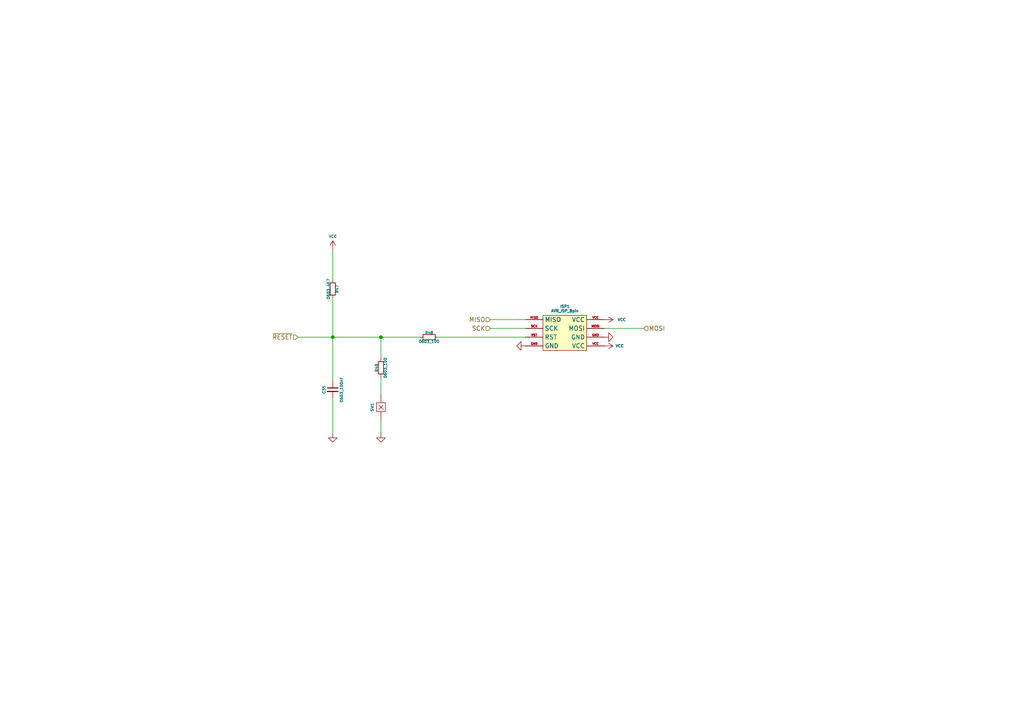
<source format=kicad_sch>
(kicad_sch (version 20231120) (generator "eeschema") (generator_version "8.0")
  (paper "A4")
  (lib_symbols
    (symbol "Capacitors:0603_100nF" (pin_numbers hide) (pin_names (offset 0.254) hide)
      (property "Reference" "C" (at -2.54 0 90))
      (property "Value" "0603_100nF" (at 2.54 0 90))
      (symbol "0603_100nF_0_1"
        (polyline (pts (xy -1.524 -0.508) (xy 1.524 -0.508)) (stroke (width 0.3302)))
        (polyline (pts (xy -1.524 0.508) (xy 1.524 0.508)) (stroke (width 0.3048)))
      )
      (symbol "0603_100nF_1_1"
        (pin passive line (at 0 2.54 270) (length 2.032) (name "~") (number "1"))
        (pin passive line (at 0 -2.54 90) (length 2.032) (name "~") (number "2"))
      )
    )
    (symbol "Commons:TS-1187A-B-A-B" (pin_numbers hide) (pin_names (offset 1.016) hide)
      (property "Reference" "SW" (at 0 2.54 0))
      (symbol "TS-1187A-B-A-B_0_1"
        (rectangle (start -1.27 1.27) (end 1.27 -1.27))
        (polyline (pts (xy -0.635 0.635) (xy 0.635 -0.635)))
        (polyline (pts (xy 0.635 0.635) (xy -0.635 -0.635)))
      )
      (symbol "TS-1187A-B-A-B_1_1"
        (pin passive line (at -3.81 0 0) (length 2.54) (name "~") (number "1"))
        (pin passive line (at 3.81 0 180) (length 2.54) (name "~") (number "2"))
      )
    )
    (symbol "Generic:AVR_ISP_8pin"
      (property "Reference" "ISP" (at 0 6.35 0))
      (property "Value" "AVR_ISP_8pin" (at 0 5.08 0))
      (symbol "AVR_ISP_8pin_0_1"
        (rectangle (start -6.35 3.81) (end 6.35 -6.35) (fill (type background)))
      )
      (symbol "AVR_ISP_8pin_1_1"
        (pin passive line (at -11.43 -5.08 0) (length 5.08) (name "GND") (number "GND"))
        (pin passive line (at 11.43 -2.54 180) (length 5.08) (name "GND") (number "GND"))
        (pin passive line (at -11.43 2.54 0) (length 5.08) (name "MISO") (number "MISO"))
        (pin passive line (at 11.43 0 180) (length 5.08) (name "MOSI") (number "MOSI"))
        (pin passive line (at -11.43 -2.54 0) (length 5.08) (name "RST") (number "RST"))
        (pin passive line (at -11.43 0 0) (length 5.08) (name "SCK") (number "SCK"))
        (pin passive line (at 11.43 -5.08 180) (length 5.08) (name "VCC") (number "VCC"))
        (pin passive line (at 11.43 2.54 180) (length 5.08) (name "VCC") (number "VCC"))
      )
    )
    (symbol "Resistors:0603_100" (pin_numbers hide) (pin_names (offset 0.254) hide)
      (property "Reference" "R" (at 0 1.27 0))
      (property "Value" "0603_100" (at 0 -1.27 0))
      (symbol "0603_100_0_1"
        (rectangle (start -1.778 0.762) (end 1.778 -0.762) (stroke (width 0.2032)))
      )
      (symbol "0603_100_1_1"
        (pin passive line (at -2.54 0 0) (length 0.762) (name "~") (number "1"))
        (pin passive line (at 2.54 0 180) (length 0.762) (name "~") (number "2"))
      )
    )
    (symbol "Resistors:0603_4K7" (pin_numbers hide) (pin_names (offset 0.254) hide)
      (property "Reference" "R" (at 0 1.27 0))
      (property "Value" "0603_4K7" (at 0 -1.27 0))
      (symbol "0603_4K7_0_1"
        (rectangle (start -1.778 0.762) (end 1.778 -0.762) (stroke (width 0.2032)))
      )
      (symbol "0603_4K7_1_1"
        (pin passive line (at -2.54 0 0) (length 0.762) (name "~") (number "1"))
        (pin passive line (at 2.54 0 180) (length 0.762) (name "~") (number "2"))
      )
    )
    (symbol "power:GND" (power) (pin_names (offset 0))
      (property "Value" "GND" (at 0 -3.81 0))
      (symbol "GND_0_1"
        (polyline (pts (xy 0 0) (xy 0 -1.27) (xy 1.27 -1.27) (xy 0 -2.54) (xy -1.27 -1.27) (xy 0 -1.27)))
      )
      (symbol "GND_1_1"
        (pin power_in line (at 0 0 270) (length 0) hide (name "GND") (number "1"))
      )
    )
    (symbol "power:VCC" (power) (pin_names (offset 0))
      (property "Value" "VCC" (at 0 3.81 0))
      (symbol "VCC_0_1"
        (polyline (pts (xy -0.762 1.27) (xy 0 2.54)))
        (polyline (pts (xy 0 0) (xy 0 2.54)))
        (polyline (pts (xy 0 2.54) (xy 0.762 1.27)))
      )
      (symbol "VCC_1_1"
        (pin power_in line (at 0 0 90) (length 0) hide (name "VCC") (number "1"))
      )
    )
  )
  (junction (at 96.52 97.79))
  (junction (at 110.49 97.79))
  (wire (pts (xy 110.49 121.92) (xy 110.49 125.73)))
  (wire (pts (xy 127 97.79) (xy 152.4 97.79)))
  (wire (pts (xy 110.49 114.3) (xy 110.49 109.22)))
  (wire (pts (xy 96.52 86.36) (xy 96.52 97.79)))
  (wire (pts (xy 175.26 95.25) (xy 186.69 95.25)))
  (wire (pts (xy 142.24 92.71) (xy 152.4 92.71)))
  (wire (pts (xy 96.52 72.39) (xy 96.52 81.28)))
  (wire (pts (xy 96.52 97.79) (xy 96.52 110.49)))
  (wire (pts (xy 96.52 115.57) (xy 96.52 125.73)))
  (wire (pts (xy 110.49 97.79) (xy 121.92 97.79)))
  (wire (pts (xy 110.49 97.79) (xy 110.49 104.14)))
  (wire (pts (xy 96.52 97.79) (xy 110.49 97.79)))
  (wire (pts (xy 86.36 97.79) (xy 96.52 97.79)))
  (wire (pts (xy 142.24 95.25) (xy 152.4 95.25)))
  (hierarchical_label "MISO" (shape input) (at 142.24 92.71 180))
  (hierarchical_label "MOSI" (shape input) (at 186.69 95.25 0))
  (hierarchical_label "~{RESET}" (shape input) (at 86.36 97.79 180))
  (hierarchical_label "SCK" (shape input) (at 142.24 95.25 180))
  (symbol (lib_id "power:GND") (at 96.52 125.73 0) (mirror y) (unit 1)
    (property "Reference" "#PWR023" (effects (hide yes)))
    (property "Value" "GND" (effects (hide yes)))
  )
  (symbol (lib_id "Resistors:0603_100") (at 124.46 97.79 0) (unit 1)
    (property "Reference" "R48" (at 124.46 96.52 0) (effects (font (size 0.8 0.8))))
    (property "Value" "0603_100" (at 124.46 99.06 0) (effects (font (size 0.8 0.8))))
    (property "Footprint" "Resistors:R_0603" (effects (hide yes)))
    (property "Datasheet" "https://datasheet.lcsc.com/lcsc/2206010116_UNI-ROYAL-Uniroyal-Elec-0603WAF470JT5E_C23182.pdf" (effects (hide yes)))
    (property "LCSC" "C22775" (effects (hide yes)))
    (property "MFR" "0603WAF1000T5E" (effects (hide yes)))
    (property "Type" "Basic" (effects (hide yes)))
  )
  (symbol (lib_id "Resistors:0603_4K7") (at 96.52 83.82 270) (unit 1)
    (property "Reference" "R47" (at 97.79 83.82 0) (effects (font (size 0.8 0.8))))
    (property "Value" "0603_4K7" (at 95.25 83.82 0) (effects (font (size 0.8 0.8))))
    (property "Footprint" "Resistors:R_0603" (effects (hide yes)))
    (property "Datasheet" "https://datasheet.lcsc.com/lcsc/2206010200_UNI-ROYAL-Uniroyal-Elec-0805W8F4701T5E_C17673.pdf" (effects (hide yes)))
    (property "LCSC" "C23162" (effects (hide yes)))
    (property "MFR" "0603WAF4701T5E" (effects (hide yes)))
    (property "Type" "Basic" (effects (hide yes)))
  )
  (symbol (lib_id "Commons:TS-1187A-B-A-B") (at 110.49 118.11 90) (unit 1)
    (property "Reference" "SW1" (at 107.95 118.11 0) (effects (font (size 0.8 0.8))))
    (property "Value" "TS-1187A-B-A-B" (effects (hide yes)))
    (property "Footprint" "Commons:TS-1187A-B-A-B" (effects (hide yes)))
    (property "Datasheet" "https://datasheet.lcsc.com/lcsc/2304140030_XKB-Connectivity-TS-1187A-B-A-B_C318884.pdf" (effects (hide yes)))
    (property "LCSC" "C318884" (effects (hide yes)))
    (property "MFR" "TS-1187A-B-A-B" (effects (hide yes)))
    (property "Type" "Basic" (effects (hide yes)))
  )
  (symbol (lib_id "power:GND") (at 175.26 97.79 90) (mirror x) (unit 1)
    (property "Reference" "#PWR0121" (effects (hide yes)))
    (property "Value" "GND" (effects (hide yes)))
  )
  (symbol (lib_id "power:GND") (at 110.49 125.73 0) (mirror y) (unit 1)
    (property "Reference" "#PWR0117" (effects (hide yes)))
    (property "Value" "GND" (effects (hide yes)))
  )
  (symbol (lib_id "power:GND") (at 152.4 100.33 270) (mirror x) (unit 1)
    (property "Reference" "#PWR0119" (effects (hide yes)))
    (property "Value" "GND" (effects (hide yes)))
  )
  (symbol (lib_id "Capacitors:0603_100nF") (at 96.52 113.03 0) (unit 1)
    (property "Reference" "C35" (at 93.98 113.03 90) (effects (font (size 0.8 0.8))))
    (property "Value" "0603_100nF" (at 99.06 113.03 90) (effects (font (size 0.8 0.8))))
    (property "Footprint" "Capacitors:C_0603" (effects (hide yes)))
    (property "Datasheet" "https://datasheet.lcsc.com/lcsc/2211101700_YAGEO-CC0603KRX7R9BB104_C14663.pdf" (effects (hide yes)))
    (property "LCSC" "C14663" (effects (hide yes)))
    (property "MFR" "CC0603KRX7R9BB104" (effects (hide yes)))
    (property "Type" "Basic" (effects (hide yes)))
  )
  (symbol (lib_id "power:VCC") (at 96.52 72.39 0) (unit 1)
    (property "Reference" "#PWR017" (effects (hide yes)))
    (property "Value" "VCC" (at 96.52 68.58 0) (effects (font (size 0.8 0.8))))
  )
  (symbol (lib_id "Resistors:0603_100") (at 110.49 106.68 90) (unit 1)
    (property "Reference" "R49" (at 109.22 106.68 0) (effects (font (size 0.8 0.8))))
    (property "Value" "0603_100" (at 111.76 106.68 0) (effects (font (size 0.8 0.8))))
    (property "Footprint" "Resistors:R_0603" (effects (hide yes)))
    (property "Datasheet" "https://datasheet.lcsc.com/lcsc/2206010116_UNI-ROYAL-Uniroyal-Elec-0603WAF470JT5E_C23182.pdf" (effects (hide yes)))
    (property "LCSC" "C22775" (effects (hide yes)))
    (property "MFR" "0603WAF1000T5E" (effects (hide yes)))
    (property "Type" "Basic" (effects (hide yes)))
  )
  (symbol (lib_id "power:VCC") (at 175.26 100.33 270) (mirror x) (unit 1)
    (property "Reference" "#PWR0122" (effects (hide yes)))
    (property "Value" "VCC" (at 179.705 100.33 90) (effects (font (size 0.8 0.8))))
  )
  (symbol (lib_id "power:VCC") (at 175.26 92.71 270) (mirror x) (unit 1)
    (property "Reference" "#PWR0120" (effects (hide yes)))
    (property "Value" "VCC" (at 180.34 92.71 90) (effects (font (size 0.8 0.8))))
  )
  (symbol (lib_id "Generic:AVR_ISP_8pin") (at 163.83 95.25 0) (unit 1)
    (property "Reference" "ISP1" (at 163.83 88.9 0) (effects (font (size 0.8 0.8))))
    (property "Value" "AVR_ISP_8pin" (at 163.83 90.17 0) (effects (font (size 0.8 0.8))))
    (property "Footprint" "Generic:AVR_ISP_8pin_VCC" (effects (hide yes)))
    (property "Type" "Virtual" (effects (hide yes)))
  )
)
</source>
